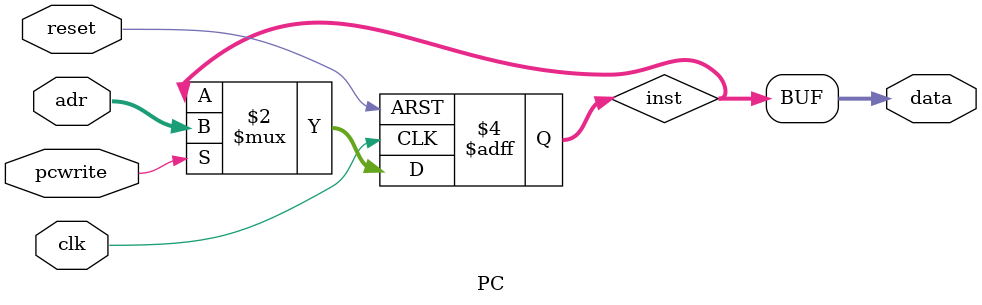
<source format=v>
`timescale 1ns / 1ps


module PC(
    input clk, reset,
    input pcwrite,
    input [31:0] adr,
    output [31:0] data 
    );
    reg [31:0] inst;
    
    assign data = inst;

    always @(posedge clk, posedge reset) begin
        if (reset) 
            inst <= 0;
        else if (pcwrite) 
            inst <= adr;
    end
endmodule

</source>
